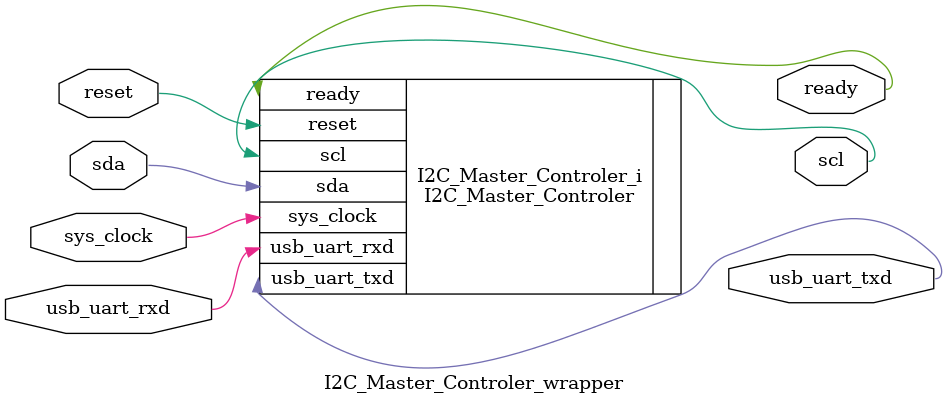
<source format=v>
`timescale 1 ps / 1 ps

module I2C_Master_Controler_wrapper
   (ready,
    reset,
    scl,
    sda,
    sys_clock,
    usb_uart_rxd,
    usb_uart_txd);
  output ready;
  input reset;
  output scl;
  inout sda;
  input sys_clock;
  input usb_uart_rxd;
  output usb_uart_txd;

  wire ready;
  wire reset;
  wire scl;
  wire sda;
  wire sys_clock;
  wire usb_uart_rxd;
  wire usb_uart_txd;

  I2C_Master_Controler I2C_Master_Controler_i
       (.ready(ready),
        .reset(reset),
        .scl(scl),
        .sda(sda),
        .sys_clock(sys_clock),
        .usb_uart_rxd(usb_uart_rxd),
        .usb_uart_txd(usb_uart_txd));
endmodule

</source>
